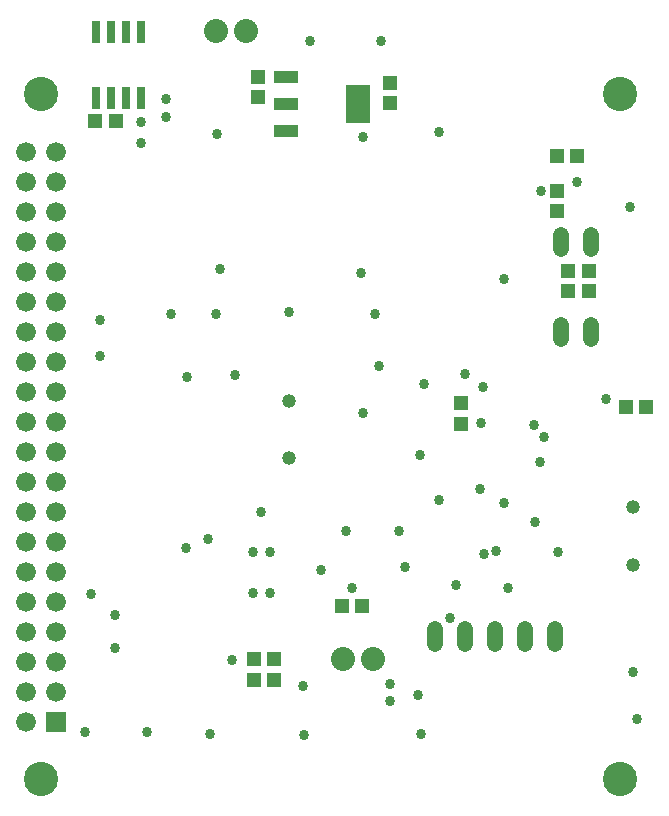
<source format=gbr>
G04 EAGLE Gerber X2 export*
%TF.Part,Single*%
%TF.FileFunction,Soldermask,Bot,1*%
%TF.FilePolarity,Negative*%
%TF.GenerationSoftware,Autodesk,EAGLE,8.6.1*%
%TF.CreationDate,2018-11-27T14:45:23Z*%
G75*
%MOMM*%
%FSLAX34Y34*%
%LPD*%
%AMOC8*
5,1,8,0,0,1.08239X$1,22.5*%
G01*
%ADD10R,1.152400X1.252400*%
%ADD11C,1.371600*%
%ADD12C,1.182400*%
%ADD13C,2.032000*%
%ADD14C,2.902400*%
%ADD15R,1.676400X1.676400*%
%ADD16C,1.676400*%
%ADD17R,1.252400X1.152400*%
%ADD18R,0.802400X1.902400*%
%ADD19R,2.012400X1.052400*%
%ADD20R,2.012400X3.342400*%
%ADD21C,0.858000*%


D10*
X502158Y540630D03*
X502158Y523630D03*
D11*
X398780Y169926D02*
X398780Y157734D01*
X424180Y157734D02*
X424180Y169926D01*
X449580Y169926D02*
X449580Y157734D01*
X474980Y157734D02*
X474980Y169926D01*
X500380Y169926D02*
X500380Y157734D01*
D12*
X566420Y224520D03*
X566420Y273320D03*
D13*
X239400Y676080D03*
X214000Y676080D03*
D11*
X530970Y503706D02*
X530970Y491514D01*
X505570Y491514D02*
X505570Y503706D01*
X505570Y427506D02*
X505570Y415314D01*
X530970Y415314D02*
X530970Y427506D01*
D14*
X555440Y42730D03*
X555440Y622730D03*
X65440Y42730D03*
X65440Y622730D03*
D15*
X78140Y91430D03*
D16*
X52722Y91296D03*
X78122Y116696D03*
X52722Y116696D03*
X78122Y142096D03*
X52722Y142096D03*
X78122Y167496D03*
X52722Y167496D03*
X78122Y192896D03*
X52722Y192896D03*
X78122Y218296D03*
X52722Y218296D03*
X78122Y243696D03*
X52722Y243696D03*
X78122Y269096D03*
X52722Y269096D03*
X78122Y294496D03*
X52722Y294496D03*
X78122Y319896D03*
X52722Y319896D03*
X78122Y345296D03*
X52722Y345296D03*
X78122Y370696D03*
X52722Y370696D03*
X78122Y396096D03*
X52722Y396096D03*
X78122Y421496D03*
X52722Y421496D03*
X78122Y446896D03*
X52722Y446896D03*
X78122Y472296D03*
X52722Y472296D03*
X78122Y497696D03*
X52722Y497696D03*
X78122Y523096D03*
X52722Y523096D03*
X78122Y548496D03*
X52722Y548496D03*
X78122Y573896D03*
X52722Y573896D03*
D10*
X421510Y344020D03*
X421510Y361020D03*
D13*
X321310Y144780D03*
X346710Y144780D03*
D17*
X337430Y189230D03*
X320430Y189230D03*
X560460Y358140D03*
X577460Y358140D03*
D12*
X275590Y314690D03*
X275590Y363490D03*
D17*
X519040Y570230D03*
X502040Y570230D03*
D10*
X529590Y456320D03*
X529590Y473320D03*
X511810Y473320D03*
X511810Y456320D03*
D17*
X262500Y144780D03*
X245500Y144780D03*
X245500Y127000D03*
X262500Y127000D03*
D18*
X111760Y675700D03*
X124460Y675700D03*
X137160Y675700D03*
X149860Y675700D03*
X111760Y619700D03*
X124460Y619700D03*
X137160Y619700D03*
X149860Y619700D03*
D17*
X111642Y599948D03*
X128642Y599948D03*
D19*
X272780Y591680D03*
X272780Y614680D03*
X272780Y637680D03*
D20*
X334280Y614680D03*
D10*
X248920Y637150D03*
X248920Y620150D03*
X360680Y615070D03*
X360680Y632070D03*
D21*
X424180Y386080D03*
X439420Y374650D03*
X386080Y317500D03*
X115570Y401320D03*
X115570Y431800D03*
X189230Y383540D03*
X229870Y384810D03*
X213360Y436880D03*
X275590Y438150D03*
X347980Y436880D03*
X351790Y392430D03*
X337820Y353060D03*
X107950Y199390D03*
X102870Y82550D03*
X154940Y82550D03*
X208280Y81280D03*
X384810Y114300D03*
X387350Y81280D03*
X566420Y133350D03*
X570230Y93980D03*
X373380Y222250D03*
X251460Y269240D03*
X402590Y590550D03*
X457200Y466090D03*
X563880Y527050D03*
X353060Y668020D03*
X293370Y668020D03*
X217170Y474980D03*
X214630Y589280D03*
X337820Y586740D03*
X336550Y471170D03*
X288290Y80010D03*
X287020Y121920D03*
X482600Y342900D03*
X461010Y204470D03*
X149860Y599440D03*
X171450Y603250D03*
X171450Y618490D03*
X149860Y581660D03*
X488950Y541020D03*
X502920Y234950D03*
X328930Y204470D03*
X175260Y436880D03*
X543560Y364490D03*
X487680Y311150D03*
X483826Y260306D03*
X450850Y236220D03*
X440690Y233680D03*
X519430Y548640D03*
X227330Y143510D03*
X323850Y252730D03*
X368300Y252730D03*
X259080Y200660D03*
X259080Y234950D03*
X245110Y200660D03*
X245110Y234950D03*
X438150Y344170D03*
X389890Y377190D03*
X436880Y288290D03*
X302260Y219710D03*
X207010Y246380D03*
X187960Y238760D03*
X402590Y279400D03*
X491490Y332740D03*
X457200Y276860D03*
X128270Y153670D03*
X360680Y109220D03*
X128270Y181610D03*
X360680Y123190D03*
X411480Y179070D03*
X416560Y207010D03*
M02*

</source>
